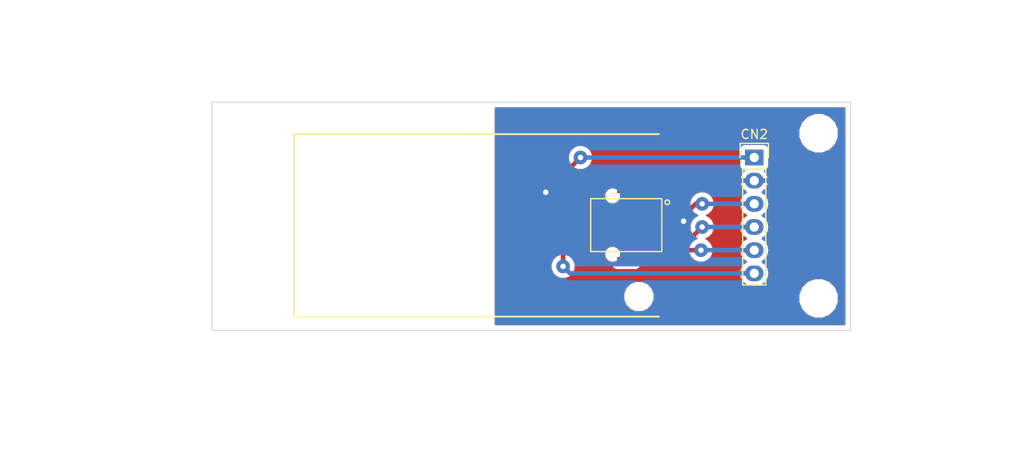
<source format=kicad_pcb>
(kicad_pcb (version 4) (host pcbnew 4.0.4-stable)

  (general
    (links 9)
    (no_connects 0)
    (area 89.274276 91.225 188.057143 133.210544)
    (thickness 1.6)
    (drawings 22)
    (tracks 56)
    (zones 0)
    (modules 8)
    (nets 18)
  )

  (page A4)
  (layers
    (0 F.Cu signal hide)
    (31 B.Cu signal hide)
    (32 B.Adhes user)
    (33 F.Adhes user)
    (34 B.Paste user)
    (35 F.Paste user)
    (36 B.SilkS user)
    (37 F.SilkS user)
    (38 B.Mask user)
    (39 F.Mask user)
    (40 Dwgs.User user)
    (41 Cmts.User user)
    (42 Eco1.User user)
    (43 Eco2.User user)
    (44 Edge.Cuts user)
    (45 Margin user)
    (46 B.CrtYd user)
    (47 F.CrtYd user)
    (48 B.Fab user)
    (49 F.Fab user)
  )

  (setup
    (last_trace_width 0.5)
    (user_trace_width 0.25)
    (trace_clearance 0.2)
    (zone_clearance 0.508)
    (zone_45_only yes)
    (trace_min 0.2)
    (segment_width 0.2)
    (edge_width 0.1)
    (via_size 1.5)
    (via_drill 0.6)
    (via_min_size 1)
    (via_min_drill 0.6)
    (user_via 2.501 2.5)
    (uvia_size 0.3)
    (uvia_drill 0.1)
    (uvias_allowed no)
    (uvia_min_size 0.2)
    (uvia_min_drill 0.1)
    (pcb_text_width 0.3)
    (pcb_text_size 1.5 1.5)
    (mod_edge_width 0.15)
    (mod_text_size 1 1)
    (mod_text_width 0.15)
    (pad_size 1.5 1.5)
    (pad_drill 0.6)
    (pad_to_mask_clearance 0)
    (aux_axis_origin 0 0)
    (visible_elements FFFFFF7F)
    (pcbplotparams
      (layerselection 0x010fc_80000001)
      (usegerberextensions false)
      (excludeedgelayer true)
      (linewidth 0.100000)
      (plotframeref false)
      (viasonmask false)
      (mode 1)
      (useauxorigin false)
      (hpglpennumber 1)
      (hpglpenspeed 20)
      (hpglpendiameter 15)
      (hpglpenoverlay 2)
      (psnegative false)
      (psa4output false)
      (plotreference true)
      (plotvalue true)
      (plotinvisibletext false)
      (padsonsilk false)
      (subtractmaskfromsilk false)
      (outputformat 1)
      (mirror false)
      (drillshape 0)
      (scaleselection 1)
      (outputdirectory ""))
  )

  (net 0 "")
  (net 1 "Net-(CN1-Pad1)")
  (net 2 +3V3)
  (net 3 "Net-(CN1-Pad5)")
  (net 4 "Net-(CN1-Pad6)")
  (net 5 "Net-(CN1-Pad7)")
  (net 6 GND)
  (net 7 "Net-(CN1-Pad9)")
  (net 8 "Net-(CN1-Pad10)")
  (net 9 "Net-(CN1-Pad11)")
  (net 10 "Net-(CN1-Pad13)")
  (net 11 "Net-(CN1-Pad14)")
  (net 12 "Net-(CN1-Pad16)")
  (net 13 "Net-(CN1-Pad18)")
  (net 14 /RESET)
  (net 15 /RX)
  (net 16 /TX)
  (net 17 /WAKE)

  (net_class Default "これは標準のネット クラスです。"
    (clearance 0.2)
    (trace_width 0.5)
    (via_dia 1.5)
    (via_drill 0.6)
    (uvia_dia 0.3)
    (uvia_drill 0.1)
    (add_net +3V3)
    (add_net /RESET)
    (add_net /RX)
    (add_net /TX)
    (add_net /WAKE)
    (add_net GND)
    (add_net "Net-(CN1-Pad1)")
    (add_net "Net-(CN1-Pad10)")
    (add_net "Net-(CN1-Pad11)")
    (add_net "Net-(CN1-Pad13)")
    (add_net "Net-(CN1-Pad14)")
    (add_net "Net-(CN1-Pad16)")
    (add_net "Net-(CN1-Pad18)")
    (add_net "Net-(CN1-Pad5)")
    (add_net "Net-(CN1-Pad6)")
    (add_net "Net-(CN1-Pad7)")
    (add_net "Net-(CN1-Pad9)")
  )

  (module satori:DF12-3_5-20DP-0_5V (layer F.Cu) (tedit 58A57AB7) (tstamp 5850231A)
    (at 157.42 106.47 270)
    (path /584FAC50)
    (fp_text reference CN1 (at 4.02 -1.33 360) (layer F.SilkS) hide
      (effects (font (size 1.2 1.2) (thickness 0.15)))
    )
    (fp_text value "" (at 4.782 -3.235 360) (layer F.Fab)
      (effects (font (size 1.2 1.2) (thickness 0.15)))
    )
    (fp_circle (center -2.5 -4.5) (end -2.25 -4.5) (layer F.SilkS) (width 0.15))
    (fp_line (start -2.9 -3.910025) (end -2.9 3.9) (layer F.SilkS) (width 0.15))
    (fp_line (start -2.9 3.9) (end 2.9 3.9) (layer F.SilkS) (width 0.15))
    (fp_line (start 2.9 3.9) (end 2.9 -3.9) (layer F.SilkS) (width 0.15))
    (fp_line (start 2.9 -3.9) (end -2.900077 -3.9) (layer F.SilkS) (width 0.15))
    (pad 1 smd rect (at -2.25 -2.6 270) (size 0.3 1.6) (layers F.Cu F.Paste F.Mask)
      (net 1 "Net-(CN1-Pad1)"))
    (pad 2 smd rect (at -2.25 2.6 270) (size 0.3 1.6) (layers F.Cu F.Paste F.Mask)
      (net 2 +3V3))
    (pad 3 smd rect (at -1.75 -2.6 270) (size 0.3 1.6) (layers F.Cu F.Paste F.Mask)
      (net 14 /RESET))
    (pad 4 smd rect (at -1.75 2.6 270) (size 0.3 1.6) (layers F.Cu F.Paste F.Mask)
      (net 2 +3V3))
    (pad 5 smd rect (at -1.25 -2.6 270) (size 0.3 1.6) (layers F.Cu F.Paste F.Mask)
      (net 3 "Net-(CN1-Pad5)"))
    (pad 6 smd rect (at -1.25 2.6 270) (size 0.3 1.6) (layers F.Cu F.Paste F.Mask)
      (net 4 "Net-(CN1-Pad6)"))
    (pad 7 smd rect (at -0.75 -2.6 270) (size 0.3 1.6) (layers F.Cu F.Paste F.Mask)
      (net 5 "Net-(CN1-Pad7)"))
    (pad 8 smd rect (at -0.75 2.6 270) (size 0.3 1.6) (layers F.Cu F.Paste F.Mask)
      (net 6 GND))
    (pad 9 smd rect (at -0.25 -2.6 270) (size 0.3 1.6) (layers F.Cu F.Paste F.Mask)
      (net 7 "Net-(CN1-Pad9)"))
    (pad 10 smd rect (at -0.25 2.6 270) (size 0.3 1.6) (layers F.Cu F.Paste F.Mask)
      (net 8 "Net-(CN1-Pad10)"))
    (pad 11 smd rect (at 0.25 -2.6 270) (size 0.3 1.6) (layers F.Cu F.Paste F.Mask)
      (net 9 "Net-(CN1-Pad11)"))
    (pad 12 smd rect (at 0.25 2.6 270) (size 0.3 1.6) (layers F.Cu F.Paste F.Mask)
      (net 6 GND))
    (pad 13 smd rect (at 0.75 -2.6 270) (size 0.3 1.6) (layers F.Cu F.Paste F.Mask)
      (net 10 "Net-(CN1-Pad13)"))
    (pad 14 smd rect (at 0.75 2.6 270) (size 0.3 1.6) (layers F.Cu F.Paste F.Mask)
      (net 11 "Net-(CN1-Pad14)"))
    (pad 15 smd rect (at 1.25 -2.6 270) (size 0.3 1.6) (layers F.Cu F.Paste F.Mask)
      (net 6 GND))
    (pad 16 smd rect (at 1.25 2.6 270) (size 0.3 1.6) (layers F.Cu F.Paste F.Mask)
      (net 12 "Net-(CN1-Pad16)"))
    (pad 17 smd rect (at 1.75 -2.6 270) (size 0.3 1.6) (layers F.Cu F.Paste F.Mask)
      (net 15 /RX))
    (pad 18 smd rect (at 1.75 2.6 270) (size 0.3 1.6) (layers F.Cu F.Paste F.Mask)
      (net 13 "Net-(CN1-Pad18)"))
    (pad 19 smd rect (at 2.25 -2.6 270) (size 0.3 1.6) (layers F.Cu F.Paste F.Mask)
      (net 16 /TX))
    (pad 20 smd rect (at 2.25 2.6 270) (size 0.3 1.6) (layers F.Cu F.Paste F.Mask)
      (net 17 /WAKE))
    (pad 21 thru_hole circle (at -3.2 1.5 270) (size 0.6 0.6) (drill 0.6) (layers *.Cu *.Mask)
      (zone_connect 0))
    (pad 22 thru_hole circle (at 3.2 1.5 270) (size 0.6 0.6) (drill 0.6) (layers *.Cu *.Mask)
      (zone_connect 0))
    (pad 23 smd rect (at 3.9 0 270) (size 0.8 2) (layers F.Cu F.Paste F.Mask))
    (pad 24 smd rect (at -3.9 0 270) (size 0.8 2) (layers F.Cu F.Paste F.Mask))
  )

  (module Pin_Headers:Pin_Header_Straight_1x06 (layer F.Cu) (tedit 587ED555) (tstamp 58502324)
    (at 171.45 99.06)
    (descr "Through hole pin header")
    (tags "pin header")
    (path /584FAD7D)
    (fp_text reference CN2 (at 0 -2.54) (layer F.SilkS)
      (effects (font (size 1 1) (thickness 0.15)))
    )
    (fp_text value "" (at 0 -3.1) (layer F.Fab)
      (effects (font (size 1 1) (thickness 0.15)))
    )
    (fp_line (start -1.75 -1.75) (end -1.75 14.45) (layer F.CrtYd) (width 0.05))
    (fp_line (start 1.75 -1.75) (end 1.75 14.45) (layer F.CrtYd) (width 0.05))
    (fp_line (start -1.75 -1.75) (end 1.75 -1.75) (layer F.CrtYd) (width 0.05))
    (fp_line (start -1.75 14.45) (end 1.75 14.45) (layer F.CrtYd) (width 0.05))
    (fp_line (start 1.27 1.27) (end 1.27 13.97) (layer F.SilkS) (width 0.15))
    (fp_line (start 1.27 13.97) (end -1.27 13.97) (layer F.SilkS) (width 0.15))
    (fp_line (start -1.27 13.97) (end -1.27 1.27) (layer F.SilkS) (width 0.15))
    (fp_line (start 1.55 -1.55) (end 1.55 0) (layer F.SilkS) (width 0.15))
    (fp_line (start 1.27 1.27) (end -1.27 1.27) (layer F.SilkS) (width 0.15))
    (fp_line (start -1.55 0) (end -1.55 -1.55) (layer F.SilkS) (width 0.15))
    (fp_line (start -1.55 -1.55) (end 1.55 -1.55) (layer F.SilkS) (width 0.15))
    (pad 1 thru_hole rect (at 0 0) (size 2.032 1.7272) (drill 1.016) (layers *.Cu *.Mask)
      (net 2 +3V3))
    (pad 2 thru_hole oval (at 0 2.54) (size 2.032 1.7272) (drill 1.016) (layers *.Cu *.Mask)
      (net 6 GND))
    (pad 3 thru_hole oval (at 0 5.08) (size 2.032 1.7272) (drill 1.016) (layers *.Cu *.Mask)
      (net 14 /RESET))
    (pad 4 thru_hole oval (at 0 7.62) (size 2.032 1.7272) (drill 1.016) (layers *.Cu *.Mask)
      (net 15 /RX))
    (pad 5 thru_hole oval (at 0 10.16) (size 2.032 1.7272) (drill 1.016) (layers *.Cu *.Mask)
      (net 16 /TX))
    (pad 6 thru_hole oval (at 0 12.7) (size 2.032 1.7272) (drill 1.016) (layers *.Cu *.Mask)
      (net 17 /WAKE))
    (model Pin_Headers.3dshapes/Pin_Header_Straight_1x06.wrl
      (at (xyz 0 -0.25 0))
      (scale (xyz 1 1 1))
      (rotate (xyz 0 0 90))
    )
  )

  (module Mounting_Holes:MountingHole_2.2mm_M2 locked (layer F.Cu) (tedit 58A3ED23) (tstamp 58A3EC8B)
    (at 158.8 114.3)
    (descr "Mounting Hole 2.2mm, no annular, M2")
    (tags "mounting hole 2.2mm no annular m2")
    (fp_text reference REF** (at 0 -3.2) (layer F.SilkS) hide
      (effects (font (size 1 1) (thickness 0.15)))
    )
    (fp_text value MountingHole_2.2mm_M2 (at 0 3.2) (layer F.Fab) hide
      (effects (font (size 1 1) (thickness 0.15)))
    )
    (fp_circle (center 0 0) (end 2.2 0) (layer Cmts.User) (width 0.15))
    (fp_circle (center 0 0) (end 2.45 0) (layer F.CrtYd) (width 0.05))
    (pad 1 np_thru_hole circle (at 0 0) (size 2.2 2.2) (drill 2.2) (layers *.Cu *.Mask))
  )

  (module Mounting_Holes:MountingHole_2.2mm_M2 (layer F.Cu) (tedit 58A3ED8D) (tstamp 58A3ED80)
    (at 123.2 98.7)
    (descr "Mounting Hole 2.2mm, no annular, M2")
    (tags "mounting hole 2.2mm no annular m2")
    (fp_text reference REF** (at 0 -3.2) (layer F.SilkS) hide
      (effects (font (size 1 1) (thickness 0.15)))
    )
    (fp_text value MountingHole_2.2mm_M2 (at 0 3.2) (layer F.Fab) hide
      (effects (font (size 1 1) (thickness 0.15)))
    )
    (fp_circle (center 0 0) (end 2.2 0) (layer Cmts.User) (width 0.15))
    (fp_circle (center 0 0) (end 2.45 0) (layer F.CrtYd) (width 0.05))
    (pad 1 np_thru_hole circle (at 0 0) (size 2.2 2.2) (drill 2.2) (layers *.Cu *.Mask))
  )

  (module Mounting_Holes:MountingHole_3.2mm_M3 (layer F.Cu) (tedit 58A3EE9A) (tstamp 58A3EE47)
    (at 178.5 114.5)
    (descr "Mounting Hole 3.2mm, no annular, M3")
    (tags "mounting hole 3.2mm no annular m3")
    (fp_text reference REF** (at 0 -4.2) (layer F.SilkS) hide
      (effects (font (size 1 1) (thickness 0.15)))
    )
    (fp_text value MountingHole_3.2mm_M3 (at 0 4.2) (layer F.Fab) hide
      (effects (font (size 1 1) (thickness 0.15)))
    )
    (fp_circle (center 0 0) (end 3.2 0) (layer Cmts.User) (width 0.15))
    (fp_circle (center 0 0) (end 3.45 0) (layer F.CrtYd) (width 0.05))
    (pad 1 np_thru_hole circle (at 0 0) (size 3.2 3.2) (drill 3.2) (layers *.Cu *.Mask))
  )

  (module Mounting_Holes:MountingHole_3.2mm_M3 (layer F.Cu) (tedit 58A3EEA9) (tstamp 58A3EE58)
    (at 178.5 96.4)
    (descr "Mounting Hole 3.2mm, no annular, M3")
    (tags "mounting hole 3.2mm no annular m3")
    (fp_text reference REF** (at 0 -4.2) (layer F.SilkS) hide
      (effects (font (size 1 1) (thickness 0.15)))
    )
    (fp_text value MountingHole_3.2mm_M3 (at 0 4.2) (layer F.Fab) hide
      (effects (font (size 1 1) (thickness 0.15)))
    )
    (fp_circle (center 0 0) (end 3.2 0) (layer Cmts.User) (width 0.15))
    (fp_circle (center 0 0) (end 3.45 0) (layer F.CrtYd) (width 0.05))
    (pad 1 np_thru_hole circle (at 0 0) (size 3.2 3.2) (drill 3.2) (layers *.Cu *.Mask))
  )

  (module Mounting_Holes:MountingHole_3.2mm_M3 (layer F.Cu) (tedit 58A3EF48) (tstamp 58A3EE62)
    (at 115.5 96.5)
    (descr "Mounting Hole 3.2mm, no annular, M3")
    (tags "mounting hole 3.2mm no annular m3")
    (fp_text reference REF** (at 0 -4.2) (layer F.SilkS) hide
      (effects (font (size 1 1) (thickness 0.15)))
    )
    (fp_text value MountingHole_3.2mm_M3 (at 0 4.2) (layer F.Fab) hide
      (effects (font (size 1 1) (thickness 0.15)))
    )
    (fp_circle (center 0 0) (end 3.2 0) (layer Cmts.User) (width 0.15))
    (fp_circle (center 0 0) (end 3.45 0) (layer F.CrtYd) (width 0.05))
    (pad 1 np_thru_hole circle (at 0 0) (size 3.2 3.2) (drill 3.2) (layers *.Cu *.Mask))
  )

  (module Mounting_Holes:MountingHole_3.2mm_M3 (layer F.Cu) (tedit 58A3EF73) (tstamp 58A3EE67)
    (at 115.5 114.5)
    (descr "Mounting Hole 3.2mm, no annular, M3")
    (tags "mounting hole 3.2mm no annular m3")
    (fp_text reference REF** (at 0 -4.2) (layer F.SilkS) hide
      (effects (font (size 1 1) (thickness 0.15)))
    )
    (fp_text value MountingHole_3.2mm_M3 (at 0 4.2) (layer F.Fab) hide
      (effects (font (size 1 1) (thickness 0.15)))
    )
    (fp_circle (center 0 0) (end 3.2 0) (layer Cmts.User) (width 0.15))
    (fp_circle (center 0 0) (end 3.45 0) (layer F.CrtYd) (width 0.05))
    (pad 1 np_thru_hole circle (at 0 0) (size 3.2 3.2) (drill 3.2) (layers *.Cu *.Mask))
  )

  (dimension 25 (width 0.3) (layer Eco1.User)
    (gr_text "25.000 mm" (at 198.35 105.5 270) (layer Eco1.User)
      (effects (font (size 1.5 1.5) (thickness 0.3)))
    )
    (feature1 (pts (xy 182 118) (xy 199.7 118)))
    (feature2 (pts (xy 182 93) (xy 199.7 93)))
    (crossbar (pts (xy 197 93) (xy 197 118)))
    (arrow1a (pts (xy 197 118) (xy 196.413579 116.873496)))
    (arrow1b (pts (xy 197 118) (xy 197.586421 116.873496)))
    (arrow2a (pts (xy 197 93) (xy 196.413579 94.126504)))
    (arrow2b (pts (xy 197 93) (xy 197.586421 94.126504)))
  )
  (dimension 70 (width 0.3) (layer Eco1.User)
    (gr_text "70.000 mm" (at 147 83.65) (layer Eco1.User)
      (effects (font (size 1.5 1.5) (thickness 0.3)))
    )
    (feature1 (pts (xy 182 93) (xy 182 82.3)))
    (feature2 (pts (xy 112 93) (xy 112 82.3)))
    (crossbar (pts (xy 112 85) (xy 182 85)))
    (arrow1a (pts (xy 182 85) (xy 180.873496 85.586421)))
    (arrow1b (pts (xy 182 85) (xy 180.873496 84.413579)))
    (arrow2a (pts (xy 112 85) (xy 113.126504 85.586421)))
    (arrow2b (pts (xy 112 85) (xy 113.126504 84.413579)))
  )
  (gr_line (start 158.8 117.5) (end 158.9 92.7) (layer Eco1.User) (width 0.2))
  (dimension 2.2 (width 0.3) (layer Eco1.User)
    (gr_text "2.200 mm" (at 159.860861 131.860543) (layer Eco1.User) (tstamp 58A3E438)
      (effects (font (size 1.5 1.5) (thickness 0.3)))
    )
    (feature1 (pts (xy 158.760861 111.810543) (xy 158.760861 133.210543)))
    (feature2 (pts (xy 160.960861 111.810543) (xy 160.960861 133.210543)))
    (crossbar (pts (xy 160.960861 130.510543) (xy 158.760861 130.510543)))
    (arrow1a (pts (xy 158.760861 130.510543) (xy 159.887365 129.924122)))
    (arrow1b (pts (xy 158.760861 130.510543) (xy 159.887365 131.096964)))
    (arrow2a (pts (xy 160.960861 130.510543) (xy 159.834357 129.924122)))
    (arrow2b (pts (xy 160.960861 130.510543) (xy 159.834357 131.096964)))
  )
  (gr_line (start 122 114.3) (end 162.4 114.3) (layer Eco1.User) (width 0.2) (tstamp 58A3E303))
  (gr_line (start 121.5 98.7) (end 161.9 98.7) (layer Eco1.User) (width 0.2))
  (dimension 2.2 (width 0.3) (layer Eco1.User) (tstamp 58A3E2B4)
    (gr_text "2.200 mm" (at 95.343634 97.594377 270) (layer Eco1.User) (tstamp 58A3E2B5)
      (effects (font (size 1.5 1.5) (thickness 0.3)))
    )
    (feature1 (pts (xy 124.993634 98.694377) (xy 93.993634 98.694377)))
    (feature2 (pts (xy 124.993634 96.494377) (xy 93.993634 96.494377)))
    (crossbar (pts (xy 96.693634 96.494377) (xy 96.693634 98.694377)))
    (arrow1a (pts (xy 96.693634 98.694377) (xy 96.107213 97.567873)))
    (arrow1b (pts (xy 96.693634 98.694377) (xy 97.280055 97.567873)))
    (arrow2a (pts (xy 96.693634 96.494377) (xy 96.107213 97.620881)))
    (arrow2b (pts (xy 96.693634 96.494377) (xy 97.280055 97.620881)))
  )
  (gr_line (start 123.2 117.4) (end 123.2 92.6) (layer Eco1.User) (width 0.2))
  (dimension 2.2 (width 0.3) (layer Eco1.User)
    (gr_text "2.200 mm" (at 95.059989 115.367799 270) (layer Eco1.User) (tstamp 58A3E2AE)
      (effects (font (size 1.5 1.5) (thickness 0.3)))
    )
    (feature1 (pts (xy 124.709989 116.467799) (xy 93.709989 116.467799)))
    (feature2 (pts (xy 124.709989 114.267799) (xy 93.709989 114.267799)))
    (crossbar (pts (xy 96.409989 114.267799) (xy 96.409989 116.467799)))
    (arrow1a (pts (xy 96.409989 116.467799) (xy 95.823568 115.341295)))
    (arrow1b (pts (xy 96.409989 116.467799) (xy 96.99641 115.341295)))
    (arrow2a (pts (xy 96.409989 114.267799) (xy 95.823568 115.394303)))
    (arrow2b (pts (xy 96.409989 114.267799) (xy 96.99641 115.394303)))
  )
  (dimension 2.2 (width 0.3) (layer Eco1.User)
    (gr_text "2.200 mm" (at 122.114671 119.341814) (layer Eco1.User)
      (effects (font (size 1.5 1.5) (thickness 0.3)))
    )
    (feature1 (pts (xy 123.214671 115.091814) (xy 123.214671 120.691814)))
    (feature2 (pts (xy 121.014671 115.091814) (xy 121.014671 120.691814)))
    (crossbar (pts (xy 121.014671 117.991814) (xy 123.214671 117.991814)))
    (arrow1a (pts (xy 123.214671 117.991814) (xy 122.088167 118.578235)))
    (arrow1b (pts (xy 123.214671 117.991814) (xy 122.088167 117.405393)))
    (arrow2a (pts (xy 121.014671 117.991814) (xy 122.141175 118.578235)))
    (arrow2b (pts (xy 121.014671 117.991814) (xy 122.141175 117.405393)))
  )
  (dimension 10 (width 0.3) (layer Eco1.User)
    (gr_text "10.000 mm" (at 104.001247 111.482745 270) (layer Eco1.User)
      (effects (font (size 1.5 1.5) (thickness 0.3)))
    )
    (feature1 (pts (xy 115.351247 116.482745) (xy 102.651247 116.482745)))
    (feature2 (pts (xy 115.351247 106.482745) (xy 102.651247 106.482745)))
    (crossbar (pts (xy 105.351247 106.482745) (xy 105.351247 116.482745)))
    (arrow1a (pts (xy 105.351247 116.482745) (xy 104.764826 115.356241)))
    (arrow1b (pts (xy 105.351247 116.482745) (xy 105.937668 115.356241)))
    (arrow2a (pts (xy 105.351247 106.482745) (xy 104.764826 107.609249)))
    (arrow2b (pts (xy 105.351247 106.482745) (xy 105.937668 107.609249)))
  )
  (dimension 20 (width 0.3) (layer Eco1.User)
    (gr_text "20.000 mm" (at 112.144955 106.491902 270) (layer Eco1.User)
      (effects (font (size 1.5 1.5) (thickness 0.3)))
    )
    (feature1 (pts (xy 120.994954 116.491902) (xy 110.794955 116.491902)))
    (feature2 (pts (xy 120.994954 96.491902) (xy 110.794955 96.491902)))
    (crossbar (pts (xy 113.494955 96.491902) (xy 113.494955 116.491902)))
    (arrow1a (pts (xy 113.494955 116.491902) (xy 112.908534 115.365398)))
    (arrow1b (pts (xy 113.494955 116.491902) (xy 114.081376 115.365398)))
    (arrow2a (pts (xy 113.494955 96.491902) (xy 112.908534 97.618406)))
    (arrow2b (pts (xy 113.494955 96.491902) (xy 114.081376 97.618406)))
  )
  (dimension 3.5 (width 0.3) (layer Eco1.User)
    (gr_text "3.500 mm" (at 159.25 128.35) (layer Eco1.User)
      (effects (font (size 1.5 1.5) (thickness 0.3)))
    )
    (feature1 (pts (xy 161 106.5) (xy 161 126.7)))
    (feature2 (pts (xy 157.5 106.5) (xy 157.5 126.7)))
    (crossbar (pts (xy 157.5 124) (xy 161 124)))
    (arrow1a (pts (xy 161 124) (xy 159.873496 124.586421)))
    (arrow1b (pts (xy 161 124) (xy 159.873496 123.413579)))
    (arrow2a (pts (xy 157.5 124) (xy 158.626504 124.586421)))
    (arrow2b (pts (xy 157.5 124) (xy 158.626504 123.413579)))
  )
  (gr_line (start 179 106.5) (end 112.5 106.5) (layer Eco1.User) (width 0.2))
  (gr_line (start 182 93) (end 112 93) (angle 90) (layer Edge.Cuts) (width 0.1))
  (gr_line (start 182 118) (end 182 93) (angle 90) (layer Edge.Cuts) (width 0.1))
  (gr_line (start 112 118) (end 182 118) (angle 90) (layer Edge.Cuts) (width 0.1))
  (gr_line (start 112 93) (end 112 118) (angle 90) (layer Edge.Cuts) (width 0.1))
  (gr_line (start 121 96.5) (end 121 116.5) (layer F.SilkS) (width 0.2))
  (gr_line (start 161 116.5) (end 121 116.5) (layer F.SilkS) (width 0.2))
  (gr_line (start 161 96.5) (end 161 116.5) (layer Eco1.User) (width 0.2))
  (gr_line (start 121 96.5) (end 161 96.5) (layer F.SilkS) (width 0.2))

  (segment (start 151.13 101.6) (end 151.13 100.33) (width 0.5) (layer F.Cu) (net 2))
  (segment (start 151.13 104.14) (end 151.71 104.72) (width 0.25) (layer F.Cu) (net 2))
  (segment (start 151.71 104.72) (end 154.82 104.72) (width 0.25) (layer F.Cu) (net 2))
  (segment (start 171.45 99.06) (end 152.4 99.06) (width 0.5) (layer B.Cu) (net 2))
  (segment (start 151.21 104.22) (end 154.86 104.22) (width 0.25) (layer F.Cu) (net 2) (tstamp 58502497))
  (segment (start 151.13 104.14) (end 151.21 104.22) (width 0.25) (layer F.Cu) (net 2) (tstamp 58502496))
  (segment (start 151.13 101.6) (end 151.13 104.14) (width 0.5) (layer F.Cu) (net 2) (tstamp 58502494))
  (segment (start 152.4 99.06) (end 151.13 100.33) (width 0.5) (layer F.Cu) (net 2) (tstamp 58502493))
  (via (at 152.4 99.06) (size 1.5) (drill 0.6) (layers F.Cu B.Cu) (net 2))
  (segment (start 163.703 106.934) (end 163.703 107.442) (width 0.25) (layer F.Cu) (net 6))
  (segment (start 163.703 107.442) (end 163.425 107.72) (width 0.25) (layer F.Cu) (net 6))
  (segment (start 163.425 107.72) (end 161.07 107.72) (width 0.25) (layer F.Cu) (net 6))
  (segment (start 161.07 107.72) (end 160.02 107.72) (width 0.25) (layer F.Cu) (net 6))
  (segment (start 163.703 106.045) (end 163.703 106.934) (width 0.5) (layer F.Cu) (net 6))
  (segment (start 165.1 101.6) (end 163.703 102.997) (width 0.5) (layer B.Cu) (net 6))
  (segment (start 163.703 102.997) (end 163.703 106.045) (width 0.5) (layer B.Cu) (net 6))
  (via (at 163.703 106.045) (size 1.5) (drill 0.6) (layers F.Cu B.Cu) (net 6))
  (segment (start 165.1 101.6) (end 149.86 101.6) (width 0.5) (layer B.Cu) (net 6))
  (segment (start 171.45 101.6) (end 165.1 101.6) (width 0.5) (layer B.Cu) (net 6))
  (segment (start 151.63 106.75) (end 153.8 106.75) (width 0.25) (layer F.Cu) (net 6))
  (segment (start 153.81 106.72) (end 154.82 106.72) (width 0.25) (layer F.Cu) (net 6))
  (segment (start 151.14 106.22) (end 151.63 106.71) (width 0.25) (layer F.Cu) (net 6))
  (segment (start 151.14 105.72) (end 151.14 106.22) (width 0.25) (layer F.Cu) (net 6))
  (segment (start 151.14 105.72) (end 151.44 105.72) (width 0.25) (layer F.Cu) (net 6))
  (segment (start 148.59 105.59) (end 148.72 105.72) (width 0.5) (layer F.Cu) (net 6))
  (segment (start 151.44 105.72) (end 154.82 105.72) (width 0.25) (layer F.Cu) (net 6))
  (via (at 148.59 102.87) (size 1.5) (drill 0.6) (layers F.Cu B.Cu) (net 6))
  (segment (start 149.86 101.6) (end 148.59 102.87) (width 0.5) (layer B.Cu) (net 6))
  (segment (start 148.59 102.87) (end 148.59 105.59) (width 0.5) (layer F.Cu) (net 6))
  (segment (start 148.72 105.72) (end 151.14 105.72) (width 0.25) (layer F.Cu) (net 6))
  (segment (start 165.735 104.14) (end 165.027894 104.14) (width 0.5) (layer F.Cu) (net 14))
  (segment (start 165.027894 104.14) (end 164.447894 104.72) (width 0.5) (layer F.Cu) (net 14))
  (segment (start 164.447894 104.72) (end 161.07 104.72) (width 0.25) (layer F.Cu) (net 14))
  (segment (start 161.07 104.72) (end 160.02 104.72) (width 0.25) (layer F.Cu) (net 14))
  (via (at 165.735 104.14) (size 1.5) (drill 0.6) (layers F.Cu B.Cu) (net 14))
  (segment (start 170.184 104.14) (end 165.735 104.14) (width 0.5) (layer B.Cu) (net 14))
  (segment (start 171.45 104.14) (end 170.184 104.14) (width 0.5) (layer B.Cu) (net 14))
  (segment (start 164.211 108.204) (end 161.036 108.204) (width 0.25) (layer F.Cu) (net 15))
  (segment (start 161.036 108.204) (end 161.02 108.22) (width 0.25) (layer F.Cu) (net 15))
  (segment (start 161.02 108.22) (end 160.02 108.22) (width 0.25) (layer F.Cu) (net 15))
  (segment (start 171.45 106.68) (end 165.735 106.68) (width 0.5) (layer B.Cu) (net 15))
  (segment (start 165.735 106.68) (end 164.211 108.204) (width 0.5) (layer F.Cu) (net 15) (tstamp 5850287A))
  (via (at 165.735 106.68) (size 1.5) (drill 0.6) (layers F.Cu B.Cu) (net 15))
  (segment (start 163.703 109.22) (end 163.203 108.72) (width 0.25) (layer F.Cu) (net 16))
  (segment (start 163.203 108.72) (end 160.02 108.72) (width 0.25) (layer F.Cu) (net 16))
  (via (at 165.608 109.22) (size 1.5) (drill 0.6) (layers F.Cu B.Cu) (net 16))
  (segment (start 171.45 109.22) (end 166.243 109.22) (width 0.5) (layer B.Cu) (net 16))
  (segment (start 166.243 109.22) (end 165.608 109.22) (width 0.5) (layer B.Cu) (net 16))
  (segment (start 165.608 109.22) (end 163.703 109.22) (width 0.5) (layer F.Cu) (net 16) (tstamp 5850291A))
  (via (at 150.495 110.998) (size 1.5) (drill 0.6) (layers F.Cu B.Cu) (net 17))
  (segment (start 151.257 111.76) (end 150.495 110.998) (width 0.5) (layer B.Cu) (net 17) (tstamp 585026F4))
  (segment (start 171.45 111.76) (end 151.257 111.76) (width 0.5) (layer B.Cu) (net 17))
  (segment (start 151.511 108.712) (end 154.812 108.712) (width 0.25) (layer F.Cu) (net 17) (tstamp 58502745))
  (segment (start 150.495 109.728) (end 151.511 108.712) (width 0.5) (layer F.Cu) (net 17) (tstamp 58502742))
  (segment (start 150.495 110.998) (end 150.495 109.728) (width 0.5) (layer F.Cu) (net 17) (tstamp 58502741))
  (segment (start 154.812 108.712) (end 154.82 108.72) (width 0.25) (layer F.Cu) (net 17) (tstamp 5850274B))

  (zone (net 6) (net_name GND) (layer B.Cu) (tstamp 58B7ACA2) (hatch edge 0.508)
    (connect_pads (clearance 0.508))
    (min_thickness 0.254)
    (fill yes (arc_segments 16) (thermal_gap 0.508) (thermal_bridge_width 0.508))
    (polygon
      (pts
        (xy 182 118) (xy 143 118) (xy 143 93) (xy 182 93)
      )
    )
    (filled_polygon
      (pts
        (xy 181.315 117.315) (xy 143.127 117.315) (xy 143.127 111.272285) (xy 149.10976 111.272285) (xy 149.320169 111.781515)
        (xy 149.709436 112.171461) (xy 150.218298 112.382759) (xy 150.628538 112.383117) (xy 150.631208 112.385787) (xy 150.63121 112.38579)
        (xy 150.918325 112.577633) (xy 150.974516 112.58881) (xy 151.257 112.645001) (xy 151.257005 112.645) (xy 158.262058 112.645)
        (xy 157.818485 112.828281) (xy 157.329996 113.315918) (xy 157.065301 113.953373) (xy 157.064699 114.643599) (xy 157.328281 115.281515)
        (xy 157.815918 115.770004) (xy 158.453373 116.034699) (xy 159.143599 116.035301) (xy 159.781515 115.771719) (xy 160.270004 115.284082)
        (xy 160.411792 114.942619) (xy 176.264613 114.942619) (xy 176.604155 115.764372) (xy 177.232321 116.393636) (xy 178.053481 116.734611)
        (xy 178.942619 116.735387) (xy 179.764372 116.395845) (xy 180.393636 115.767679) (xy 180.734611 114.946519) (xy 180.735387 114.057381)
        (xy 180.395845 113.235628) (xy 179.767679 112.606364) (xy 178.946519 112.265389) (xy 178.057381 112.264613) (xy 177.235628 112.604155)
        (xy 176.606364 113.232321) (xy 176.265389 114.053481) (xy 176.264613 114.942619) (xy 160.411792 114.942619) (xy 160.534699 114.646627)
        (xy 160.535301 113.956401) (xy 160.271719 113.318485) (xy 159.784082 112.829996) (xy 159.338563 112.645) (xy 170.088874 112.645)
        (xy 170.205585 112.81967) (xy 170.691766 113.144526) (xy 171.265255 113.2586) (xy 171.634745 113.2586) (xy 172.208234 113.144526)
        (xy 172.694415 112.81967) (xy 173.019271 112.333489) (xy 173.133345 111.76) (xy 173.019271 111.186511) (xy 172.694415 110.70033)
        (xy 172.379634 110.49) (xy 172.694415 110.27967) (xy 173.019271 109.793489) (xy 173.133345 109.22) (xy 173.019271 108.646511)
        (xy 172.694415 108.16033) (xy 172.379634 107.95) (xy 172.694415 107.73967) (xy 173.019271 107.253489) (xy 173.133345 106.68)
        (xy 173.019271 106.106511) (xy 172.694415 105.62033) (xy 172.379634 105.41) (xy 172.694415 105.19967) (xy 173.019271 104.713489)
        (xy 173.133345 104.14) (xy 173.019271 103.566511) (xy 172.694415 103.08033) (xy 172.384931 102.873539) (xy 172.800732 102.502036)
        (xy 173.054709 101.974791) (xy 173.057358 101.959026) (xy 172.936217 101.727) (xy 171.577 101.727) (xy 171.577 101.747)
        (xy 171.323 101.747) (xy 171.323 101.727) (xy 169.963783 101.727) (xy 169.842642 101.959026) (xy 169.845291 101.974791)
        (xy 170.099268 102.502036) (xy 170.515069 102.873539) (xy 170.205585 103.08033) (xy 170.088874 103.255) (xy 166.808523 103.255)
        (xy 166.520564 102.966539) (xy 166.011702 102.755241) (xy 165.460715 102.75476) (xy 164.951485 102.965169) (xy 164.561539 103.354436)
        (xy 164.350241 103.863298) (xy 164.34976 104.414285) (xy 164.560169 104.923515) (xy 164.949436 105.313461) (xy 165.18187 105.409976)
        (xy 164.951485 105.505169) (xy 164.561539 105.894436) (xy 164.350241 106.403298) (xy 164.34976 106.954285) (xy 164.560169 107.463515)
        (xy 164.949436 107.853461) (xy 165.118527 107.923674) (xy 164.824485 108.045169) (xy 164.434539 108.434436) (xy 164.223241 108.943298)
        (xy 164.22276 109.494285) (xy 164.433169 110.003515) (xy 164.822436 110.393461) (xy 165.331298 110.604759) (xy 165.882285 110.60524)
        (xy 166.391515 110.394831) (xy 166.681852 110.105) (xy 170.088874 110.105) (xy 170.205585 110.27967) (xy 170.520366 110.49)
        (xy 170.205585 110.70033) (xy 170.088874 110.875) (xy 151.880108 110.875) (xy 151.88024 110.723715) (xy 151.669831 110.214485)
        (xy 151.311139 109.855167) (xy 154.984838 109.855167) (xy 155.126883 110.198943) (xy 155.389673 110.462192) (xy 155.733201 110.604838)
        (xy 156.105167 110.605162) (xy 156.448943 110.463117) (xy 156.712192 110.200327) (xy 156.854838 109.856799) (xy 156.855162 109.484833)
        (xy 156.713117 109.141057) (xy 156.450327 108.877808) (xy 156.106799 108.735162) (xy 155.734833 108.734838) (xy 155.391057 108.876883)
        (xy 155.127808 109.139673) (xy 154.985162 109.483201) (xy 154.984838 109.855167) (xy 151.311139 109.855167) (xy 151.280564 109.824539)
        (xy 150.771702 109.613241) (xy 150.220715 109.61276) (xy 149.711485 109.823169) (xy 149.321539 110.212436) (xy 149.110241 110.721298)
        (xy 149.10976 111.272285) (xy 143.127 111.272285) (xy 143.127 103.455167) (xy 154.984838 103.455167) (xy 155.126883 103.798943)
        (xy 155.389673 104.062192) (xy 155.733201 104.204838) (xy 156.105167 104.205162) (xy 156.448943 104.063117) (xy 156.712192 103.800327)
        (xy 156.854838 103.456799) (xy 156.855162 103.084833) (xy 156.713117 102.741057) (xy 156.450327 102.477808) (xy 156.106799 102.335162)
        (xy 155.734833 102.334838) (xy 155.391057 102.476883) (xy 155.127808 102.739673) (xy 154.985162 103.083201) (xy 154.984838 103.455167)
        (xy 143.127 103.455167) (xy 143.127 99.334285) (xy 151.01476 99.334285) (xy 151.225169 99.843515) (xy 151.614436 100.233461)
        (xy 152.123298 100.444759) (xy 152.674285 100.44524) (xy 153.183515 100.234831) (xy 153.473852 99.945) (xy 169.790587 99.945)
        (xy 169.830838 100.158917) (xy 169.96991 100.375041) (xy 170.18211 100.520031) (xy 170.276927 100.539232) (xy 170.099268 100.697964)
        (xy 169.845291 101.225209) (xy 169.842642 101.240974) (xy 169.963783 101.473) (xy 171.323 101.473) (xy 171.323 101.453)
        (xy 171.577 101.453) (xy 171.577 101.473) (xy 172.936217 101.473) (xy 173.057358 101.240974) (xy 173.054709 101.225209)
        (xy 172.800732 100.697964) (xy 172.625155 100.541093) (xy 172.701317 100.526762) (xy 172.917441 100.38769) (xy 173.062431 100.17549)
        (xy 173.11344 99.9236) (xy 173.11344 98.1964) (xy 173.069162 97.961083) (xy 172.93009 97.744959) (xy 172.71789 97.599969)
        (xy 172.466 97.54896) (xy 170.434 97.54896) (xy 170.198683 97.593238) (xy 169.982559 97.73231) (xy 169.837569 97.94451)
        (xy 169.790894 98.175) (xy 153.473523 98.175) (xy 153.185564 97.886539) (xy 152.676702 97.675241) (xy 152.125715 97.67476)
        (xy 151.616485 97.885169) (xy 151.226539 98.274436) (xy 151.015241 98.783298) (xy 151.01476 99.334285) (xy 143.127 99.334285)
        (xy 143.127 96.842619) (xy 176.264613 96.842619) (xy 176.604155 97.664372) (xy 177.232321 98.293636) (xy 178.053481 98.634611)
        (xy 178.942619 98.635387) (xy 179.764372 98.295845) (xy 180.393636 97.667679) (xy 180.734611 96.846519) (xy 180.735387 95.957381)
        (xy 180.395845 95.135628) (xy 179.767679 94.506364) (xy 178.946519 94.165389) (xy 178.057381 94.164613) (xy 177.235628 94.504155)
        (xy 176.606364 95.132321) (xy 176.265389 95.953481) (xy 176.264613 96.842619) (xy 143.127 96.842619) (xy 143.127 93.685)
        (xy 181.315 93.685)
      )
    )
  )
  (zone (net 6) (net_name GND) (layer F.Cu) (tstamp 58B7ACB3) (hatch edge 0.508)
    (connect_pads (clearance 0.508))
    (min_thickness 0.254)
    (fill yes (arc_segments 16) (thermal_gap 0.508) (thermal_bridge_width 0.508))
    (polygon
      (pts
        (xy 182 118) (xy 143 118) (xy 143 93) (xy 182 93)
      )
    )
    (filled_polygon
      (pts
        (xy 181.315 117.315) (xy 143.127 117.315) (xy 143.127 114.643599) (xy 157.064699 114.643599) (xy 157.328281 115.281515)
        (xy 157.815918 115.770004) (xy 158.453373 116.034699) (xy 159.143599 116.035301) (xy 159.781515 115.771719) (xy 160.270004 115.284082)
        (xy 160.411792 114.942619) (xy 176.264613 114.942619) (xy 176.604155 115.764372) (xy 177.232321 116.393636) (xy 178.053481 116.734611)
        (xy 178.942619 116.735387) (xy 179.764372 116.395845) (xy 180.393636 115.767679) (xy 180.734611 114.946519) (xy 180.735387 114.057381)
        (xy 180.395845 113.235628) (xy 179.767679 112.606364) (xy 178.946519 112.265389) (xy 178.057381 112.264613) (xy 177.235628 112.604155)
        (xy 176.606364 113.232321) (xy 176.265389 114.053481) (xy 176.264613 114.942619) (xy 160.411792 114.942619) (xy 160.534699 114.646627)
        (xy 160.535301 113.956401) (xy 160.271719 113.318485) (xy 159.784082 112.829996) (xy 159.146627 112.565301) (xy 158.456401 112.564699)
        (xy 157.818485 112.828281) (xy 157.329996 113.315918) (xy 157.065301 113.953373) (xy 157.064699 114.643599) (xy 143.127 114.643599)
        (xy 143.127 111.272285) (xy 149.10976 111.272285) (xy 149.320169 111.781515) (xy 149.709436 112.171461) (xy 150.218298 112.382759)
        (xy 150.769285 112.38324) (xy 151.278515 112.172831) (xy 151.668461 111.783564) (xy 151.879759 111.274702) (xy 151.88024 110.723715)
        (xy 151.669831 110.214485) (xy 151.465141 110.009438) (xy 152.002579 109.472) (xy 153.795611 109.472) (xy 154.02 109.51744)
        (xy 154.985132 109.51744) (xy 154.984838 109.855167) (xy 155.126883 110.198943) (xy 155.389673 110.462192) (xy 155.733201 110.604838)
        (xy 155.77256 110.604872) (xy 155.77256 110.77) (xy 155.816838 111.005317) (xy 155.95591 111.221441) (xy 156.16811 111.366431)
        (xy 156.42 111.41744) (xy 158.42 111.41744) (xy 158.655317 111.373162) (xy 158.871441 111.23409) (xy 159.016431 111.02189)
        (xy 159.06744 110.77) (xy 159.06744 109.97) (xy 159.023162 109.734683) (xy 158.88409 109.518559) (xy 158.67189 109.373569)
        (xy 158.42 109.32256) (xy 156.788112 109.32256) (xy 156.713117 109.141057) (xy 156.450327 108.877808) (xy 156.26744 108.801866)
        (xy 156.26744 108.57) (xy 156.247933 108.466329) (xy 156.26744 108.37) (xy 156.26744 108.07) (xy 156.247933 107.966329)
        (xy 156.26744 107.87) (xy 156.26744 107.57) (xy 156.247933 107.466329) (xy 156.26744 107.37) (xy 156.26744 107.07)
        (xy 156.254019 106.998676) (xy 156.255 106.996309) (xy 156.255 106.95375) (xy 156.243379 106.942129) (xy 156.223162 106.834683)
        (xy 156.14938 106.720022) (xy 156.216431 106.62189) (xy 156.24108 106.50017) (xy 156.255 106.48625) (xy 156.255 106.443691)
        (xy 156.253332 106.439665) (xy 156.26744 106.37) (xy 156.26744 106.07) (xy 156.254019 105.998676) (xy 156.255 105.996309)
        (xy 156.255 105.95375) (xy 156.243379 105.942129) (xy 156.223162 105.834683) (xy 156.14938 105.720022) (xy 156.216431 105.62189)
        (xy 156.24108 105.50017) (xy 156.255 105.48625) (xy 156.255 105.443691) (xy 156.253332 105.439665) (xy 156.26744 105.37)
        (xy 156.26744 105.07) (xy 156.247933 104.966329) (xy 156.26744 104.87) (xy 156.26744 104.57) (xy 156.247933 104.466329)
        (xy 156.26744 104.37) (xy 156.26744 104.138112) (xy 156.432284 104.07) (xy 158.57256 104.07) (xy 158.57256 104.37)
        (xy 158.592067 104.473671) (xy 158.57256 104.57) (xy 158.57256 104.87) (xy 158.592067 104.973671) (xy 158.57256 105.07)
        (xy 158.57256 105.37) (xy 158.592067 105.473671) (xy 158.57256 105.57) (xy 158.57256 105.87) (xy 158.592067 105.973671)
        (xy 158.57256 106.07) (xy 158.57256 106.37) (xy 158.592067 106.473671) (xy 158.57256 106.57) (xy 158.57256 106.87)
        (xy 158.592067 106.973671) (xy 158.57256 107.07) (xy 158.57256 107.37) (xy 158.585981 107.441324) (xy 158.585 107.443691)
        (xy 158.585 107.48625) (xy 158.596621 107.497871) (xy 158.616838 107.605317) (xy 158.69062 107.719978) (xy 158.623569 107.81811)
        (xy 158.59892 107.93983) (xy 158.585 107.95375) (xy 158.585 107.996309) (xy 158.586668 108.000335) (xy 158.57256 108.07)
        (xy 158.57256 108.37) (xy 158.592067 108.473671) (xy 158.57256 108.57) (xy 158.57256 108.87) (xy 158.616838 109.105317)
        (xy 158.75591 109.321441) (xy 158.96811 109.466431) (xy 159.22 109.51744) (xy 160.82 109.51744) (xy 161.018976 109.48)
        (xy 162.869717 109.48) (xy 162.885367 109.558675) (xy 163.07721 109.84579) (xy 163.364325 110.037633) (xy 163.703 110.105)
        (xy 164.534477 110.105) (xy 164.822436 110.393461) (xy 165.331298 110.604759) (xy 165.882285 110.60524) (xy 166.391515 110.394831)
        (xy 166.781461 110.005564) (xy 166.992759 109.496702) (xy 166.99324 108.945715) (xy 166.782831 108.436485) (xy 166.393564 108.046539)
        (xy 166.224473 107.976326) (xy 166.518515 107.854831) (xy 166.908461 107.465564) (xy 167.119759 106.956702) (xy 167.12024 106.405715)
        (xy 166.909831 105.896485) (xy 166.520564 105.506539) (xy 166.28813 105.410024) (xy 166.518515 105.314831) (xy 166.908461 104.925564)
        (xy 167.119759 104.416702) (xy 167.12 104.14) (xy 169.766655 104.14) (xy 169.880729 104.713489) (xy 170.205585 105.19967)
        (xy 170.520366 105.41) (xy 170.205585 105.62033) (xy 169.880729 106.106511) (xy 169.766655 106.68) (xy 169.880729 107.253489)
        (xy 170.205585 107.73967) (xy 170.520366 107.95) (xy 170.205585 108.16033) (xy 169.880729 108.646511) (xy 169.766655 109.22)
        (xy 169.880729 109.793489) (xy 170.205585 110.27967) (xy 170.520366 110.49) (xy 170.205585 110.70033) (xy 169.880729 111.186511)
        (xy 169.766655 111.76) (xy 169.880729 112.333489) (xy 170.205585 112.81967) (xy 170.691766 113.144526) (xy 171.265255 113.2586)
        (xy 171.634745 113.2586) (xy 172.208234 113.144526) (xy 172.694415 112.81967) (xy 173.019271 112.333489) (xy 173.133345 111.76)
        (xy 173.019271 111.186511) (xy 172.694415 110.70033) (xy 172.379634 110.49) (xy 172.694415 110.27967) (xy 173.019271 109.793489)
        (xy 173.133345 109.22) (xy 173.019271 108.646511) (xy 172.694415 108.16033) (xy 172.379634 107.95) (xy 172.694415 107.73967)
        (xy 173.019271 107.253489) (xy 173.133345 106.68) (xy 173.019271 106.106511) (xy 172.694415 105.62033) (xy 172.379634 105.41)
        (xy 172.694415 105.19967) (xy 173.019271 104.713489) (xy 173.133345 104.14) (xy 173.019271 103.566511) (xy 172.694415 103.08033)
        (xy 172.384931 102.873539) (xy 172.800732 102.502036) (xy 173.054709 101.974791) (xy 173.057358 101.959026) (xy 172.936217 101.727)
        (xy 171.577 101.727) (xy 171.577 101.747) (xy 171.323 101.747) (xy 171.323 101.727) (xy 169.963783 101.727)
        (xy 169.842642 101.959026) (xy 169.845291 101.974791) (xy 170.099268 102.502036) (xy 170.515069 102.873539) (xy 170.205585 103.08033)
        (xy 169.880729 103.566511) (xy 169.766655 104.14) (xy 167.12 104.14) (xy 167.12024 103.865715) (xy 166.909831 103.356485)
        (xy 166.520564 102.966539) (xy 166.011702 102.755241) (xy 165.460715 102.75476) (xy 164.951485 102.965169) (xy 164.561539 103.354436)
        (xy 164.530941 103.428124) (xy 164.402104 103.51421) (xy 164.402102 103.514213) (xy 163.956314 103.96) (xy 161.446742 103.96)
        (xy 161.423162 103.834683) (xy 161.28409 103.618559) (xy 161.07189 103.473569) (xy 160.82 103.42256) (xy 159.22 103.42256)
        (xy 158.984683 103.466838) (xy 158.768559 103.60591) (xy 158.623569 103.81811) (xy 158.57256 104.07) (xy 156.432284 104.07)
        (xy 156.448943 104.063117) (xy 156.712192 103.800327) (xy 156.788134 103.61744) (xy 158.42 103.61744) (xy 158.655317 103.573162)
        (xy 158.871441 103.43409) (xy 159.016431 103.22189) (xy 159.06744 102.97) (xy 159.06744 102.17) (xy 159.023162 101.934683)
        (xy 158.88409 101.718559) (xy 158.67189 101.573569) (xy 158.42 101.52256) (xy 156.42 101.52256) (xy 156.184683 101.566838)
        (xy 155.968559 101.70591) (xy 155.823569 101.91811) (xy 155.77256 102.17) (xy 155.77256 102.334871) (xy 155.734833 102.334838)
        (xy 155.391057 102.476883) (xy 155.127808 102.739673) (xy 154.985162 103.083201) (xy 154.984866 103.42256) (xy 154.02 103.42256)
        (xy 153.821024 103.46) (xy 152.015 103.46) (xy 152.015 100.69658) (xy 152.266695 100.444884) (xy 152.674285 100.44524)
        (xy 153.183515 100.234831) (xy 153.573461 99.845564) (xy 153.784759 99.336702) (xy 153.78524 98.785715) (xy 153.574831 98.276485)
        (xy 153.494886 98.1964) (xy 169.78656 98.1964) (xy 169.78656 99.9236) (xy 169.830838 100.158917) (xy 169.96991 100.375041)
        (xy 170.18211 100.520031) (xy 170.276927 100.539232) (xy 170.099268 100.697964) (xy 169.845291 101.225209) (xy 169.842642 101.240974)
        (xy 169.963783 101.473) (xy 171.323 101.473) (xy 171.323 101.453) (xy 171.577 101.453) (xy 171.577 101.473)
        (xy 172.936217 101.473) (xy 173.057358 101.240974) (xy 173.054709 101.225209) (xy 172.800732 100.697964) (xy 172.625155 100.541093)
        (xy 172.701317 100.526762) (xy 172.917441 100.38769) (xy 173.062431 100.17549) (xy 173.11344 99.9236) (xy 173.11344 98.1964)
        (xy 173.069162 97.961083) (xy 172.93009 97.744959) (xy 172.71789 97.599969) (xy 172.466 97.54896) (xy 170.434 97.54896)
        (xy 170.198683 97.593238) (xy 169.982559 97.73231) (xy 169.837569 97.94451) (xy 169.78656 98.1964) (xy 153.494886 98.1964)
        (xy 153.185564 97.886539) (xy 152.676702 97.675241) (xy 152.125715 97.67476) (xy 151.616485 97.885169) (xy 151.226539 98.274436)
        (xy 151.015241 98.783298) (xy 151.014883 99.193538) (xy 150.50421 99.70421) (xy 150.312367 99.991325) (xy 150.312367 99.991326)
        (xy 150.244999 100.33) (xy 150.245 100.330005) (xy 150.245 104.14) (xy 150.312367 104.478675) (xy 150.50421 104.76579)
        (xy 150.791325 104.957633) (xy 150.893069 104.977871) (xy 151.172599 105.257401) (xy 151.419161 105.422148) (xy 151.71 105.48)
        (xy 153.385 105.48) (xy 153.385 105.48625) (xy 153.396621 105.497871) (xy 153.416838 105.605317) (xy 153.49062 105.719978)
        (xy 153.423569 105.81811) (xy 153.39892 105.93983) (xy 153.385 105.95375) (xy 153.385 105.996309) (xy 153.386668 106.000335)
        (xy 153.37256 106.07) (xy 153.37256 106.37) (xy 153.385981 106.441324) (xy 153.385 106.443691) (xy 153.385 106.48625)
        (xy 153.396621 106.497871) (xy 153.416838 106.605317) (xy 153.49062 106.719978) (xy 153.423569 106.81811) (xy 153.39892 106.93983)
        (xy 153.385 106.95375) (xy 153.385 106.996309) (xy 153.386668 107.000335) (xy 153.37256 107.07) (xy 153.37256 107.37)
        (xy 153.392067 107.473671) (xy 153.37256 107.57) (xy 153.37256 107.87) (xy 153.387989 107.952) (xy 151.935929 107.952)
        (xy 151.849674 107.894367) (xy 151.511 107.826999) (xy 151.172326 107.894367) (xy 150.885211 108.08621) (xy 149.86921 109.10221)
        (xy 149.677367 109.389325) (xy 149.677367 109.389326) (xy 149.609999 109.728) (xy 149.61 109.728005) (xy 149.61 109.924477)
        (xy 149.321539 110.212436) (xy 149.110241 110.721298) (xy 149.10976 111.272285) (xy 143.127 111.272285) (xy 143.127 96.842619)
        (xy 176.264613 96.842619) (xy 176.604155 97.664372) (xy 177.232321 98.293636) (xy 178.053481 98.634611) (xy 178.942619 98.635387)
        (xy 179.764372 98.295845) (xy 180.393636 97.667679) (xy 180.734611 96.846519) (xy 180.735387 95.957381) (xy 180.395845 95.135628)
        (xy 179.767679 94.506364) (xy 178.946519 94.165389) (xy 178.057381 94.164613) (xy 177.235628 94.504155) (xy 176.606364 95.132321)
        (xy 176.265389 95.953481) (xy 176.264613 96.842619) (xy 143.127 96.842619) (xy 143.127 93.685) (xy 181.315 93.685)
      )
    )
    (filled_polygon
      (pts
        (xy 165.18187 105.409976) (xy 164.951485 105.505169) (xy 164.561539 105.894436) (xy 164.350241 106.403298) (xy 164.349883 106.813538)
        (xy 163.71942 107.444) (xy 161.455 107.444) (xy 161.455 107.443691) (xy 161.453332 107.439665) (xy 161.46744 107.37)
        (xy 161.46744 107.07) (xy 161.447933 106.966329) (xy 161.46744 106.87) (xy 161.46744 106.57) (xy 161.447933 106.466329)
        (xy 161.46744 106.37) (xy 161.46744 106.07) (xy 161.447933 105.966329) (xy 161.46744 105.87) (xy 161.46744 105.57)
        (xy 161.450505 105.48) (xy 164.022965 105.48) (xy 164.10922 105.537633) (xy 164.447894 105.605001) (xy 164.786568 105.537633)
        (xy 165.055904 105.35767)
      )
    )
  )
)

</source>
